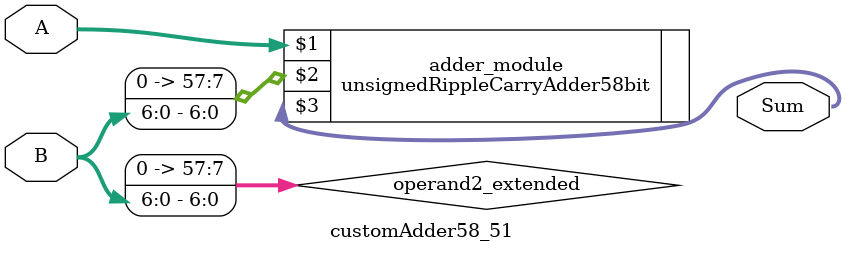
<source format=v>
module customAdder58_51(
                        input [57 : 0] A,
                        input [6 : 0] B,
                        
                        output [58 : 0] Sum
                );

        wire [57 : 0] operand2_extended;
        
        assign operand2_extended =  {51'b0, B};
        
        unsignedRippleCarryAdder58bit adder_module(
            A,
            operand2_extended,
            Sum
        );
        
        endmodule
        
</source>
